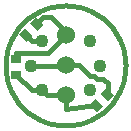
<source format=gtl>
G75*
G70*
%OFA0B0*%
%FSLAX24Y24*%
%IPPOS*%
%LPD*%
%AMOC8*
5,1,8,0,0,1.08239X$1,22.5*
%
%ADD10C,0.0160*%
%ADD11C,0.0436*%
%ADD12R,0.0354X0.0276*%
%ADD13R,0.0276X0.0354*%
%ADD14C,0.0600*%
D10*
X001288Y001355D02*
X000764Y001879D01*
X000764Y002391D02*
X000764Y002591D01*
X001458Y002591D01*
X001464Y002585D01*
X001814Y002585D01*
X002414Y003185D01*
X002414Y003285D01*
X001914Y003785D01*
X001664Y003785D01*
X001445Y003566D01*
X001083Y003204D02*
X001302Y002985D01*
X001614Y002985D01*
X001279Y002170D02*
X002399Y002170D01*
X002414Y002185D01*
X000414Y002185D02*
X000416Y002283D01*
X000424Y002381D01*
X000436Y002478D01*
X000452Y002575D01*
X000474Y002671D01*
X000500Y002766D01*
X000531Y002859D01*
X000566Y002950D01*
X000606Y003040D01*
X000650Y003128D01*
X000699Y003213D01*
X000751Y003296D01*
X000808Y003376D01*
X000868Y003454D01*
X000932Y003528D01*
X001000Y003599D01*
X001071Y003667D01*
X001145Y003731D01*
X001223Y003791D01*
X001303Y003848D01*
X001386Y003900D01*
X001471Y003949D01*
X001559Y003993D01*
X001649Y004033D01*
X001740Y004068D01*
X001833Y004099D01*
X001928Y004125D01*
X002024Y004147D01*
X002121Y004163D01*
X002218Y004175D01*
X002316Y004183D01*
X002414Y004185D01*
X002512Y004183D01*
X002610Y004175D01*
X002707Y004163D01*
X002804Y004147D01*
X002900Y004125D01*
X002995Y004099D01*
X003088Y004068D01*
X003179Y004033D01*
X003269Y003993D01*
X003357Y003949D01*
X003442Y003900D01*
X003525Y003848D01*
X003605Y003791D01*
X003683Y003731D01*
X003757Y003667D01*
X003828Y003599D01*
X003896Y003528D01*
X003960Y003454D01*
X004020Y003376D01*
X004077Y003296D01*
X004129Y003213D01*
X004178Y003128D01*
X004222Y003040D01*
X004262Y002950D01*
X004297Y002859D01*
X004328Y002766D01*
X004354Y002671D01*
X004376Y002575D01*
X004392Y002478D01*
X004404Y002381D01*
X004412Y002283D01*
X004414Y002185D01*
X004412Y002087D01*
X004404Y001989D01*
X004392Y001892D01*
X004376Y001795D01*
X004354Y001699D01*
X004328Y001604D01*
X004297Y001511D01*
X004262Y001420D01*
X004222Y001330D01*
X004178Y001242D01*
X004129Y001157D01*
X004077Y001074D01*
X004020Y000994D01*
X003960Y000916D01*
X003896Y000842D01*
X003828Y000771D01*
X003757Y000703D01*
X003683Y000639D01*
X003605Y000579D01*
X003525Y000522D01*
X003442Y000470D01*
X003357Y000421D01*
X003269Y000377D01*
X003179Y000337D01*
X003088Y000302D01*
X002995Y000271D01*
X002900Y000245D01*
X002804Y000223D01*
X002707Y000207D01*
X002610Y000195D01*
X002512Y000187D01*
X002414Y000185D01*
X002316Y000187D01*
X002218Y000195D01*
X002121Y000207D01*
X002024Y000223D01*
X001928Y000245D01*
X001833Y000271D01*
X001740Y000302D01*
X001649Y000337D01*
X001559Y000377D01*
X001471Y000421D01*
X001386Y000470D01*
X001303Y000522D01*
X001223Y000579D01*
X001145Y000639D01*
X001071Y000703D01*
X001000Y000771D01*
X000932Y000842D01*
X000868Y000916D01*
X000808Y000994D01*
X000751Y001074D01*
X000699Y001157D01*
X000650Y001242D01*
X000606Y001330D01*
X000566Y001420D01*
X000531Y001511D01*
X000500Y001604D01*
X000474Y001699D01*
X000452Y001795D01*
X000436Y001892D01*
X000424Y001989D01*
X000416Y002087D01*
X000414Y002185D01*
X001288Y001355D02*
X001614Y001355D01*
X001784Y001185D01*
X002414Y001185D01*
X002414Y000735D01*
X003433Y000854D01*
X003795Y001216D02*
X003814Y001235D01*
X003814Y001585D01*
X003664Y001735D01*
X003464Y001735D01*
X003364Y001835D01*
X003214Y001835D01*
X002864Y002185D01*
X002414Y002185D01*
D11*
X001614Y002985D03*
X001279Y002170D03*
X001614Y001355D03*
X003244Y001355D03*
X003579Y002170D03*
X003244Y002985D03*
D12*
X000764Y002391D03*
X000764Y001879D03*
D13*
G36*
X000861Y003231D02*
X001056Y003426D01*
X001305Y003177D01*
X001110Y002982D01*
X000861Y003231D01*
G37*
G36*
X001223Y003593D02*
X001418Y003788D01*
X001667Y003539D01*
X001472Y003344D01*
X001223Y003593D01*
G37*
G36*
X003211Y000881D02*
X003406Y001076D01*
X003655Y000827D01*
X003460Y000632D01*
X003211Y000881D01*
G37*
G36*
X003573Y001243D02*
X003768Y001438D01*
X004017Y001189D01*
X003822Y000994D01*
X003573Y001243D01*
G37*
D14*
X002414Y001185D03*
X002414Y002185D03*
X002414Y003185D03*
M02*

</source>
